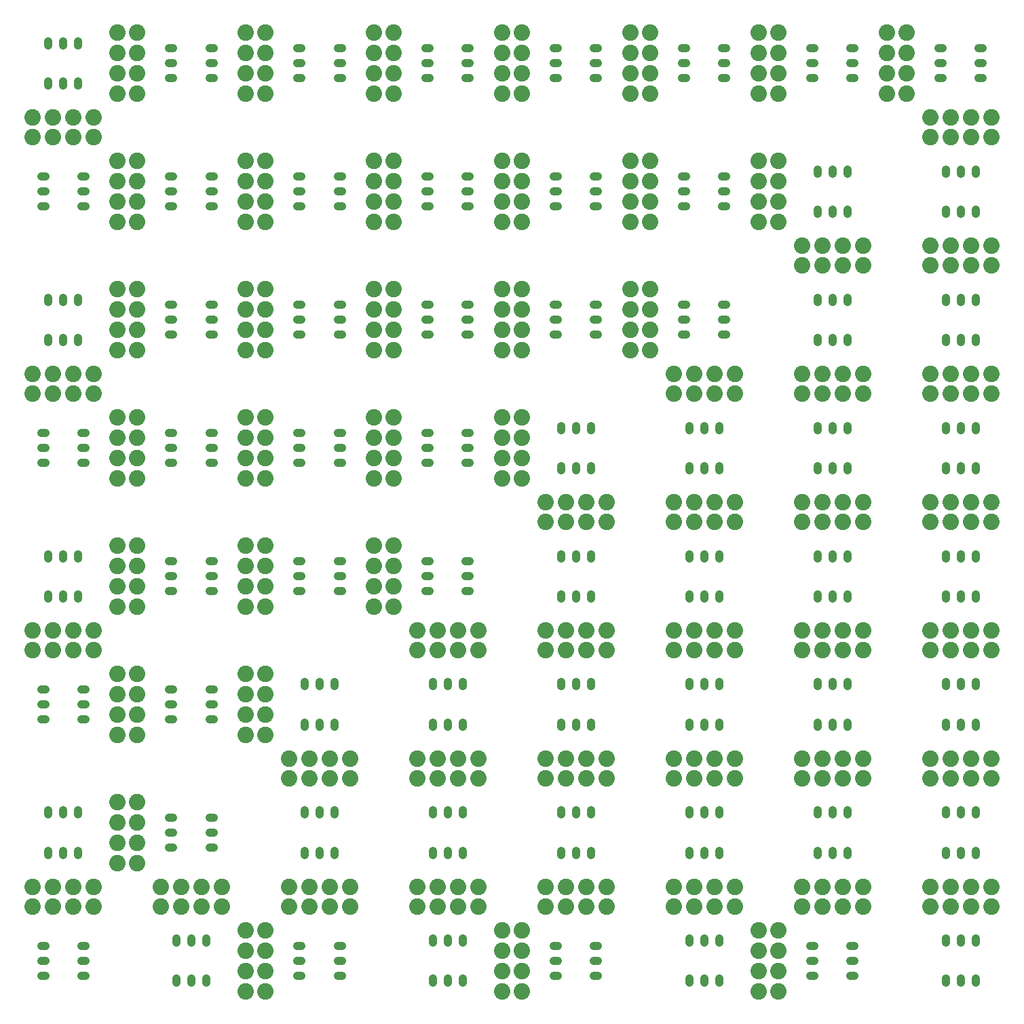
<source format=gts>
G04 DipTrace 2.4.0.2*
%IN64xAPA102Cx16mm.gts*%
%MOMM*%
%ADD30C,2.05*%
%ADD32O,1.05X1.55*%
%ADD33O,1.55X1.05*%
%FSLAX53Y53*%
G04*
G71*
G90*
G75*
G01*
%LNTopMask*%
%LPD*%
D33*
X15500Y19850D3*
Y18000D3*
Y16150D3*
X20500D3*
Y18000D3*
Y19850D3*
D32*
X16150Y31500D3*
X18000D3*
X19850D3*
Y36500D3*
X18000D3*
X16150D3*
D30*
X19270Y27250D3*
Y24750D3*
X16730Y27250D3*
Y24750D3*
X21810Y27250D3*
Y24750D3*
X14190Y27250D3*
Y24750D3*
D33*
X31500Y35850D3*
Y34000D3*
Y32150D3*
X36500D3*
Y34000D3*
Y35850D3*
D30*
X27250Y32730D3*
X24750D3*
X27250Y35270D3*
X24750D3*
X27250Y30190D3*
X24750D3*
X27250Y37810D3*
X24750D3*
D32*
X35850Y20500D3*
X34000D3*
X32150D3*
Y15500D3*
X34000D3*
X35850D3*
D30*
X32730Y24750D3*
Y27250D3*
X35270Y24750D3*
Y27250D3*
X30190Y24750D3*
Y27250D3*
X37810Y24750D3*
Y27250D3*
D33*
X47500Y19850D3*
Y18000D3*
Y16150D3*
X52500D3*
Y18000D3*
Y19850D3*
D30*
X43250Y16730D3*
X40750D3*
X43250Y19270D3*
X40750D3*
X43250Y14190D3*
X40750D3*
X43250Y21810D3*
X40750D3*
D32*
X48150Y31500D3*
X50000D3*
X51850D3*
Y36500D3*
X50000D3*
X48150D3*
D30*
X51270Y27250D3*
Y24750D3*
X48730Y27250D3*
Y24750D3*
X53810Y27250D3*
Y24750D3*
X46190Y27250D3*
Y24750D3*
D32*
X48150Y47500D3*
X50000D3*
X51850D3*
Y52500D3*
X50000D3*
X48150D3*
D30*
X51270Y43250D3*
Y40750D3*
X48730Y43250D3*
Y40750D3*
X53810Y43250D3*
Y40750D3*
X46190Y43250D3*
Y40750D3*
D33*
X36500Y48150D3*
Y50000D3*
Y51850D3*
X31500D3*
Y50000D3*
Y48150D3*
D30*
X40750Y51270D3*
X43250D3*
X40750Y48730D3*
X43250D3*
X40750Y53810D3*
X43250D3*
X40750Y46190D3*
X43250D3*
D33*
X20500Y48150D3*
Y50000D3*
Y51850D3*
X15500D3*
Y50000D3*
Y48150D3*
D30*
X24750Y51270D3*
X27250D3*
X24750Y48730D3*
X27250D3*
X24750Y53810D3*
X27250D3*
X24750Y46190D3*
X27250D3*
D32*
X16150Y63500D3*
X18000D3*
X19850D3*
Y68500D3*
X18000D3*
X16150D3*
D30*
X19270Y59250D3*
Y56750D3*
X16730Y59250D3*
Y56750D3*
X21810Y59250D3*
Y56750D3*
X14190Y59250D3*
Y56750D3*
D33*
X31500Y67850D3*
Y66000D3*
Y64150D3*
X36500D3*
Y66000D3*
Y67850D3*
D30*
X27250Y64730D3*
X24750D3*
X27250Y67270D3*
X24750D3*
X27250Y62190D3*
X24750D3*
X27250Y69810D3*
X24750D3*
D33*
X47500Y67850D3*
Y66000D3*
Y64150D3*
X52500D3*
Y66000D3*
Y67850D3*
D30*
X43250Y64730D3*
X40750D3*
X43250Y67270D3*
X40750D3*
X43250Y62190D3*
X40750D3*
X43250Y69810D3*
X40750D3*
D33*
X63500Y67850D3*
Y66000D3*
Y64150D3*
X68500D3*
Y66000D3*
Y67850D3*
D30*
X59250Y64730D3*
X56750D3*
X59250Y67270D3*
X56750D3*
X59250Y62190D3*
X56750D3*
X59250Y69810D3*
X56750D3*
D32*
X67850Y52500D3*
X66000D3*
X64150D3*
Y47500D3*
X66000D3*
X67850D3*
D30*
X64730Y56750D3*
Y59250D3*
X67270Y56750D3*
Y59250D3*
X62190Y56750D3*
Y59250D3*
X69810Y56750D3*
Y59250D3*
D32*
X67850Y36500D3*
X66000D3*
X64150D3*
Y31500D3*
X66000D3*
X67850D3*
D30*
X64730Y40750D3*
Y43250D3*
X67270Y40750D3*
Y43250D3*
X62190Y40750D3*
Y43250D3*
X69810Y40750D3*
Y43250D3*
D32*
X67850Y20500D3*
X66000D3*
X64150D3*
Y15500D3*
X66000D3*
X67850D3*
D30*
X64730Y24750D3*
Y27250D3*
X67270Y24750D3*
Y27250D3*
X62190Y24750D3*
Y27250D3*
X69810Y24750D3*
Y27250D3*
D33*
X79500Y19850D3*
Y18000D3*
Y16150D3*
X84500D3*
Y18000D3*
Y19850D3*
D30*
X75250Y16730D3*
X72750D3*
X75250Y19270D3*
X72750D3*
X75250Y14190D3*
X72750D3*
X75250Y21810D3*
X72750D3*
D32*
X80150Y31500D3*
X82000D3*
X83850D3*
Y36500D3*
X82000D3*
X80150D3*
D30*
X83270Y27250D3*
Y24750D3*
X80730Y27250D3*
Y24750D3*
X85810Y27250D3*
Y24750D3*
X78190Y27250D3*
Y24750D3*
D32*
X80150Y47500D3*
X82000D3*
X83850D3*
Y52500D3*
X82000D3*
X80150D3*
D30*
X83270Y43250D3*
Y40750D3*
X80730Y43250D3*
Y40750D3*
X85810Y43250D3*
Y40750D3*
X78190Y43250D3*
Y40750D3*
D32*
X80150Y63500D3*
X82000D3*
X83850D3*
Y68500D3*
X82000D3*
X80150D3*
D30*
X83270Y59250D3*
Y56750D3*
X80730Y59250D3*
Y56750D3*
X85810Y59250D3*
Y56750D3*
X78190Y59250D3*
Y56750D3*
D32*
X80150Y79500D3*
X82000D3*
X83850D3*
Y84500D3*
X82000D3*
X80150D3*
D30*
X83270Y75250D3*
Y72750D3*
X80730Y75250D3*
Y72750D3*
X85810Y75250D3*
Y72750D3*
X78190Y75250D3*
Y72750D3*
D33*
X68500Y80150D3*
Y82000D3*
Y83850D3*
X63500D3*
Y82000D3*
Y80150D3*
D30*
X72750Y83270D3*
X75250D3*
X72750Y80730D3*
X75250D3*
X72750Y85810D3*
X75250D3*
X72750Y78190D3*
X75250D3*
D33*
X52500Y80150D3*
Y82000D3*
Y83850D3*
X47500D3*
Y82000D3*
Y80150D3*
D30*
X56750Y83270D3*
X59250D3*
X56750Y80730D3*
X59250D3*
X56750Y85810D3*
X59250D3*
X56750Y78190D3*
X59250D3*
D33*
X36500Y80150D3*
Y82000D3*
Y83850D3*
X31500D3*
Y82000D3*
Y80150D3*
D30*
X40750Y83270D3*
X43250D3*
X40750Y80730D3*
X43250D3*
X40750Y85810D3*
X43250D3*
X40750Y78190D3*
X43250D3*
D33*
X20500Y80150D3*
Y82000D3*
Y83850D3*
X15500D3*
Y82000D3*
Y80150D3*
D30*
X24750Y83270D3*
X27250D3*
X24750Y80730D3*
X27250D3*
X24750Y85810D3*
X27250D3*
X24750Y78190D3*
X27250D3*
D32*
X16150Y95500D3*
X18000D3*
X19850D3*
Y100500D3*
X18000D3*
X16150D3*
D30*
X19270Y91250D3*
Y88750D3*
X16730Y91250D3*
Y88750D3*
X21810Y91250D3*
Y88750D3*
X14190Y91250D3*
Y88750D3*
D33*
X31500Y99850D3*
Y98000D3*
Y96150D3*
X36500D3*
Y98000D3*
Y99850D3*
D30*
X27250Y96730D3*
X24750D3*
X27250Y99270D3*
X24750D3*
X27250Y94190D3*
X24750D3*
X27250Y101810D3*
X24750D3*
D33*
X47500Y99850D3*
Y98000D3*
Y96150D3*
X52500D3*
Y98000D3*
Y99850D3*
D30*
X43250Y96730D3*
X40750D3*
X43250Y99270D3*
X40750D3*
X43250Y94190D3*
X40750D3*
X43250Y101810D3*
X40750D3*
D33*
X63500Y99850D3*
Y98000D3*
Y96150D3*
X68500D3*
Y98000D3*
Y99850D3*
D30*
X59250Y96730D3*
X56750D3*
X59250Y99270D3*
X56750D3*
X59250Y94190D3*
X56750D3*
X59250Y101810D3*
X56750D3*
D33*
X79500Y99850D3*
Y98000D3*
Y96150D3*
X84500D3*
Y98000D3*
Y99850D3*
D30*
X75250Y96730D3*
X72750D3*
X75250Y99270D3*
X72750D3*
X75250Y94190D3*
X72750D3*
X75250Y101810D3*
X72750D3*
D33*
X95500Y99850D3*
Y98000D3*
Y96150D3*
X100500D3*
Y98000D3*
Y99850D3*
D30*
X91250Y96730D3*
X88750D3*
X91250Y99270D3*
X88750D3*
X91250Y94190D3*
X88750D3*
X91250Y101810D3*
X88750D3*
D32*
X99850Y84500D3*
X98000D3*
X96150D3*
Y79500D3*
X98000D3*
X99850D3*
D30*
X96730Y88750D3*
Y91250D3*
X99270Y88750D3*
Y91250D3*
X94190Y88750D3*
Y91250D3*
X101810Y88750D3*
Y91250D3*
D32*
X99850Y68500D3*
X98000D3*
X96150D3*
Y63500D3*
X98000D3*
X99850D3*
D30*
X96730Y72750D3*
Y75250D3*
X99270Y72750D3*
Y75250D3*
X94190Y72750D3*
Y75250D3*
X101810Y72750D3*
Y75250D3*
D32*
X99850Y52500D3*
X98000D3*
X96150D3*
Y47500D3*
X98000D3*
X99850D3*
D30*
X96730Y56750D3*
Y59250D3*
X99270Y56750D3*
Y59250D3*
X94190Y56750D3*
Y59250D3*
X101810Y56750D3*
Y59250D3*
D32*
X99850Y36500D3*
X98000D3*
X96150D3*
Y31500D3*
X98000D3*
X99850D3*
D30*
X96730Y40750D3*
Y43250D3*
X99270Y40750D3*
Y43250D3*
X94190Y40750D3*
Y43250D3*
X101810Y40750D3*
Y43250D3*
D32*
X99850Y20500D3*
X98000D3*
X96150D3*
Y15500D3*
X98000D3*
X99850D3*
D30*
X96730Y24750D3*
Y27250D3*
X99270Y24750D3*
Y27250D3*
X94190Y24750D3*
Y27250D3*
X101810Y24750D3*
Y27250D3*
D33*
X111500Y19850D3*
Y18000D3*
Y16150D3*
X116500D3*
Y18000D3*
Y19850D3*
D30*
X107250Y16730D3*
X104750D3*
X107250Y19270D3*
X104750D3*
X107250Y14190D3*
X104750D3*
X107250Y21810D3*
X104750D3*
D32*
X112150Y31500D3*
X114000D3*
X115850D3*
Y36500D3*
X114000D3*
X112150D3*
D30*
X115270Y27250D3*
Y24750D3*
X112730Y27250D3*
Y24750D3*
X117810Y27250D3*
Y24750D3*
X110190Y27250D3*
Y24750D3*
D32*
X112150Y47500D3*
X114000D3*
X115850D3*
Y52500D3*
X114000D3*
X112150D3*
D30*
X115270Y43250D3*
Y40750D3*
X112730Y43250D3*
Y40750D3*
X117810Y43250D3*
Y40750D3*
X110190Y43250D3*
Y40750D3*
D32*
X112150Y63500D3*
X114000D3*
X115850D3*
Y68500D3*
X114000D3*
X112150D3*
D30*
X115270Y59250D3*
Y56750D3*
X112730Y59250D3*
Y56750D3*
X117810Y59250D3*
Y56750D3*
X110190Y59250D3*
Y56750D3*
D32*
X112150Y79500D3*
X114000D3*
X115850D3*
Y84500D3*
X114000D3*
X112150D3*
D30*
X115270Y75250D3*
Y72750D3*
X112730Y75250D3*
Y72750D3*
X117810Y75250D3*
Y72750D3*
X110190Y75250D3*
Y72750D3*
D32*
X112150Y95500D3*
X114000D3*
X115850D3*
Y100500D3*
X114000D3*
X112150D3*
D30*
X115270Y91250D3*
Y88750D3*
X112730Y91250D3*
Y88750D3*
X117810Y91250D3*
Y88750D3*
X110190Y91250D3*
Y88750D3*
D32*
X112150Y111500D3*
X114000D3*
X115850D3*
Y116500D3*
X114000D3*
X112150D3*
D30*
X115270Y107250D3*
Y104750D3*
X112730Y107250D3*
Y104750D3*
X117810Y107250D3*
Y104750D3*
X110190Y107250D3*
Y104750D3*
D33*
X100500Y112150D3*
Y114000D3*
Y115850D3*
X95500D3*
Y114000D3*
Y112150D3*
D30*
X104750Y115270D3*
X107250D3*
X104750Y112730D3*
X107250D3*
X104750Y117810D3*
X107250D3*
X104750Y110190D3*
X107250D3*
D33*
X84500Y112150D3*
Y114000D3*
Y115850D3*
X79500D3*
Y114000D3*
Y112150D3*
D30*
X88750Y115270D3*
X91250D3*
X88750Y112730D3*
X91250D3*
X88750Y117810D3*
X91250D3*
X88750Y110190D3*
X91250D3*
D33*
X68500Y112150D3*
Y114000D3*
Y115850D3*
X63500D3*
Y114000D3*
Y112150D3*
D30*
X72750Y115270D3*
X75250D3*
X72750Y112730D3*
X75250D3*
X72750Y117810D3*
X75250D3*
X72750Y110190D3*
X75250D3*
D33*
X52500Y112150D3*
Y114000D3*
Y115850D3*
X47500D3*
Y114000D3*
Y112150D3*
D30*
X56750Y115270D3*
X59250D3*
X56750Y112730D3*
X59250D3*
X56750Y117810D3*
X59250D3*
X56750Y110190D3*
X59250D3*
D33*
X36500Y112150D3*
Y114000D3*
Y115850D3*
X31500D3*
Y114000D3*
Y112150D3*
D30*
X40750Y115270D3*
X43250D3*
X40750Y112730D3*
X43250D3*
X40750Y117810D3*
X43250D3*
X40750Y110190D3*
X43250D3*
D33*
X20500Y112150D3*
Y114000D3*
Y115850D3*
X15500D3*
Y114000D3*
Y112150D3*
D30*
X24750Y115270D3*
X27250D3*
X24750Y112730D3*
X27250D3*
X24750Y117810D3*
X27250D3*
X24750Y110190D3*
X27250D3*
D32*
X16150Y127500D3*
X18000D3*
X19850D3*
Y132500D3*
X18000D3*
X16150D3*
D30*
X19270Y123250D3*
Y120750D3*
X16730Y123250D3*
Y120750D3*
X21810Y123250D3*
Y120750D3*
X14190Y123250D3*
Y120750D3*
D33*
X31500Y131850D3*
Y130000D3*
Y128150D3*
X36500D3*
Y130000D3*
Y131850D3*
D30*
X27250Y128730D3*
X24750D3*
X27250Y131270D3*
X24750D3*
X27250Y126190D3*
X24750D3*
X27250Y133810D3*
X24750D3*
D33*
X47500Y131850D3*
Y130000D3*
Y128150D3*
X52500D3*
Y130000D3*
Y131850D3*
D30*
X43250Y128730D3*
X40750D3*
X43250Y131270D3*
X40750D3*
X43250Y126190D3*
X40750D3*
X43250Y133810D3*
X40750D3*
D33*
X63500Y131850D3*
Y130000D3*
Y128150D3*
X68500D3*
Y130000D3*
Y131850D3*
D30*
X59250Y128730D3*
X56750D3*
X59250Y131270D3*
X56750D3*
X59250Y126190D3*
X56750D3*
X59250Y133810D3*
X56750D3*
D33*
X79500Y131850D3*
Y130000D3*
Y128150D3*
X84500D3*
Y130000D3*
Y131850D3*
D30*
X75250Y128730D3*
X72750D3*
X75250Y131270D3*
X72750D3*
X75250Y126190D3*
X72750D3*
X75250Y133810D3*
X72750D3*
D33*
X95500Y131850D3*
Y130000D3*
Y128150D3*
X100500D3*
Y130000D3*
Y131850D3*
D30*
X91250Y128730D3*
X88750D3*
X91250Y131270D3*
X88750D3*
X91250Y126190D3*
X88750D3*
X91250Y133810D3*
X88750D3*
D33*
X111500Y131850D3*
Y130000D3*
Y128150D3*
X116500D3*
Y130000D3*
Y131850D3*
D30*
X107250Y128730D3*
X104750D3*
X107250Y131270D3*
X104750D3*
X107250Y126190D3*
X104750D3*
X107250Y133810D3*
X104750D3*
D33*
X127500Y131850D3*
Y130000D3*
Y128150D3*
X132500D3*
Y130000D3*
Y131850D3*
D30*
X123250Y128730D3*
X120750D3*
X123250Y131270D3*
X120750D3*
X123250Y126190D3*
X120750D3*
X123250Y133810D3*
X120750D3*
D32*
X131850Y116500D3*
X130000D3*
X128150D3*
Y111500D3*
X130000D3*
X131850D3*
D30*
X128730Y120750D3*
Y123250D3*
X131270Y120750D3*
Y123250D3*
X126190Y120750D3*
Y123250D3*
X133810Y120750D3*
Y123250D3*
D32*
X131850Y100500D3*
X130000D3*
X128150D3*
Y95500D3*
X130000D3*
X131850D3*
D30*
X128730Y104750D3*
Y107250D3*
X131270Y104750D3*
Y107250D3*
X126190Y104750D3*
Y107250D3*
X133810Y104750D3*
Y107250D3*
D32*
X131850Y84500D3*
X130000D3*
X128150D3*
Y79500D3*
X130000D3*
X131850D3*
D30*
X128730Y88750D3*
Y91250D3*
X131270Y88750D3*
Y91250D3*
X126190Y88750D3*
Y91250D3*
X133810Y88750D3*
Y91250D3*
D32*
X131850Y68500D3*
X130000D3*
X128150D3*
Y63500D3*
X130000D3*
X131850D3*
D30*
X128730Y72750D3*
Y75250D3*
X131270Y72750D3*
Y75250D3*
X126190Y72750D3*
Y75250D3*
X133810Y72750D3*
Y75250D3*
D32*
X131850Y52500D3*
X130000D3*
X128150D3*
Y47500D3*
X130000D3*
X131850D3*
D30*
X128730Y56750D3*
Y59250D3*
X131270Y56750D3*
Y59250D3*
X126190Y56750D3*
Y59250D3*
X133810Y56750D3*
Y59250D3*
D32*
X131850Y36500D3*
X130000D3*
X128150D3*
Y31500D3*
X130000D3*
X131850D3*
D30*
X128730Y40750D3*
Y43250D3*
X131270Y40750D3*
Y43250D3*
X126190Y40750D3*
Y43250D3*
X133810Y40750D3*
Y43250D3*
D32*
X131850Y20500D3*
X130000D3*
X128150D3*
Y15500D3*
X130000D3*
X131850D3*
D30*
X128730Y24750D3*
Y27250D3*
X131270Y24750D3*
Y27250D3*
X126190Y24750D3*
Y27250D3*
X133810Y24750D3*
Y27250D3*
M02*

</source>
